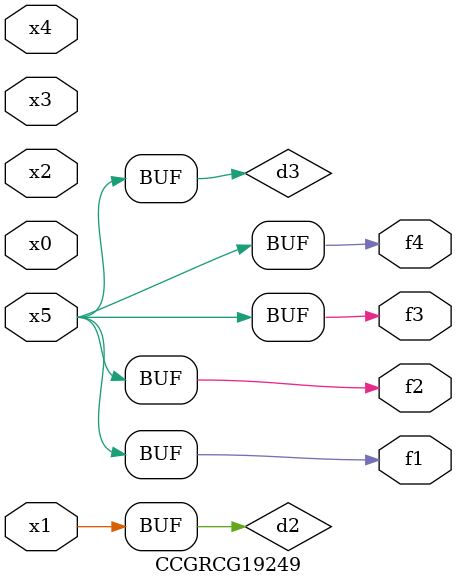
<source format=v>
module CCGRCG19249(
	input x0, x1, x2, x3, x4, x5,
	output f1, f2, f3, f4
);

	wire d1, d2, d3;

	not (d1, x5);
	or (d2, x1);
	xnor (d3, d1);
	assign f1 = d3;
	assign f2 = d3;
	assign f3 = d3;
	assign f4 = d3;
endmodule

</source>
